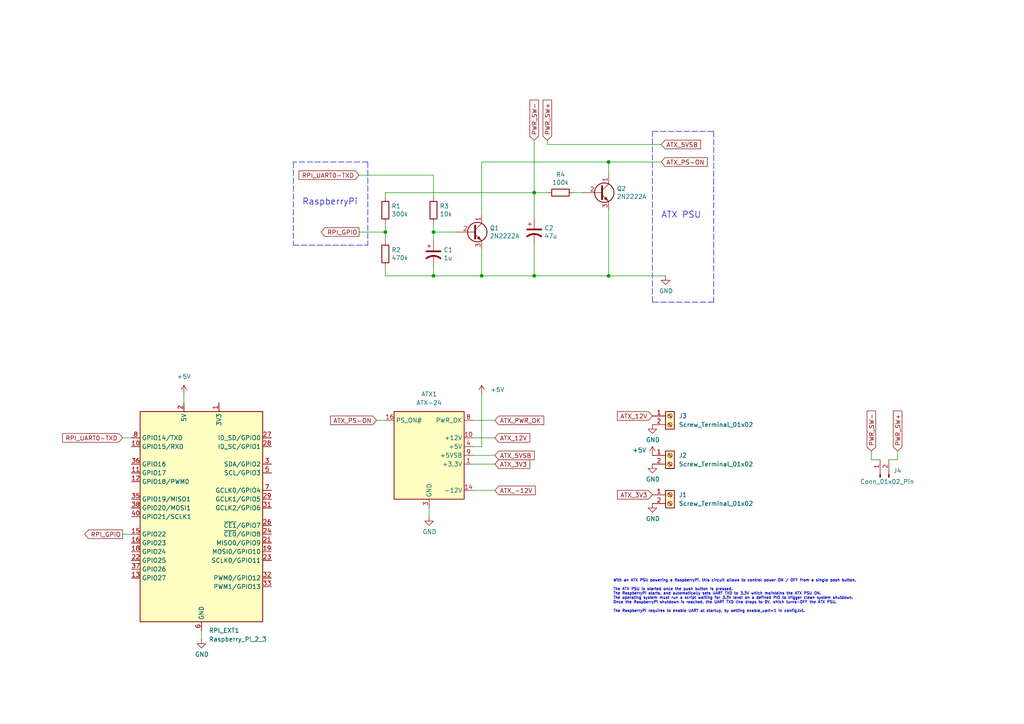
<source format=kicad_sch>
(kicad_sch (version 20250114) (generator "eeschema") (generator_version "9.0")
  (paper "A4")
  (title_block (title "RaspberryPi ATX PSU control module") (date "2025-11-06") (rev "1.1") (company "Mathieu ABATI (mathieu-abati.com) & Patrick ABATI (sitelec.org)"))
  (lib_symbols
    (symbol "Connector:ATX-24"
      (property "Reference" "J" (at -8.89 13.97 0))
      (property "Value" "ATX-24" (at 6.35 13.97 0))
      (symbol "ATX-24_0_1"
        (rectangle (start -10.16 12.7) (end 10.16 -12.7) (stroke (width 0.254)) (fill (type background)))
      )
      (symbol "ATX-24_1_1"
        (pin open_collector line (at -12.7 10.16 0) (length 2.54) (name "PS_ON#") (number "16"))
        (pin no_connect line (at -10.16 0 0) (length 2.54) (hide yes) (name "NC") (number "20"))
        (pin passive line (at 0 -15.24 90) (length 2.54) (hide yes) (name "GND") (number "15"))
        (pin passive line (at 0 -15.24 90) (length 2.54) (hide yes) (name "GND") (number "17"))
        (pin passive line (at 0 -15.24 90) (length 2.54) (hide yes) (name "GND") (number "18"))
        (pin passive line (at 0 -15.24 90) (length 2.54) (hide yes) (name "GND") (number "19"))
        (pin passive line (at 0 -15.24 90) (length 2.54) (hide yes) (name "GND") (number "24"))
        (pin power_out line (at 0 -15.24 90) (length 2.54) (name "GND") (number "3"))
        (pin passive line (at 0 -15.24 90) (length 2.54) (hide yes) (name "GND") (number "5"))
        (pin passive line (at 0 -15.24 90) (length 2.54) (hide yes) (name "GND") (number "7"))
        (pin output line (at 12.7 10.16 180) (length 2.54) (name "PWR_OK") (number "8"))
        (pin power_out line (at 12.7 5.08 180) (length 2.54) (name "+12V") (number "10"))
        (pin passive line (at 12.7 5.08 180) (length 2.54) (hide yes) (name "+12V") (number "11"))
        (pin passive line (at 12.7 2.54 180) (length 2.54) (hide yes) (name "+5V") (number "21"))
        (pin passive line (at 12.7 2.54 180) (length 2.54) (hide yes) (name "+5V") (number "22"))
        (pin passive line (at 12.7 2.54 180) (length 2.54) (hide yes) (name "+5V") (number "23"))
        (pin power_out line (at 12.7 2.54 180) (length 2.54) (name "+5V") (number "4"))
        (pin passive line (at 12.7 2.54 180) (length 2.54) (hide yes) (name "+5V") (number "6"))
        (pin power_out line (at 12.7 0 180) (length 2.54) (name "+5VSB") (number "9"))
        (pin power_out line (at 12.7 -2.54 180) (length 2.54) (name "+3.3V") (number "1"))
        (pin passive line (at 12.7 -2.54 180) (length 2.54) (hide yes) (name "+3.3V") (number "12"))
        (pin passive line (at 12.7 -2.54 180) (length 2.54) (hide yes) (name "+3.3V") (number "13"))
        (pin passive line (at 12.7 -2.54 180) (length 2.54) (hide yes) (name "+3.3V") (number "2"))
        (pin power_out line (at 12.7 -10.16 180) (length 2.54) (name "-12V") (number "14"))
      )
    )
    (symbol "Connector:Conn_01x02_Pin" (pin_names (offset 1.016) (hide yes))
      (property "Reference" "J" (at 0 2.54 0))
      (property "Value" "Conn_01x02_Pin" (at 0 -5.08 0))
      (symbol "Conn_01x02_Pin_1_1"
        (rectangle (start 0.8636 0.127) (end 0 -0.127) (stroke (width 0.1524)) (fill (type outline)))
        (rectangle (start 0.8636 -2.413) (end 0 -2.667) (stroke (width 0.1524)) (fill (type outline)))
        (polyline (pts (xy 1.27 0) (xy 0.8636 0)) (stroke (width 0.1524)))
        (polyline (pts (xy 1.27 -2.54) (xy 0.8636 -2.54)) (stroke (width 0.1524)))
        (pin passive line (at 5.08 0 180) (length 3.81) (name "Pin_1") (number "1"))
        (pin passive line (at 5.08 -2.54 180) (length 3.81) (name "Pin_2") (number "2"))
      )
    )
    (symbol "Connector:Raspberry_Pi_2_3"
      (property "Reference" "J" (at -17.78 31.75 0))
      (property "Value" "Raspberry_Pi_2_3" (at 10.16 -31.75 0))
      (symbol "Raspberry_Pi_2_3_0_1"
        (rectangle (start -17.78 30.48) (end 17.78 -30.48) (stroke (width 0.254)) (fill (type background)))
      )
      (symbol "Raspberry_Pi_2_3_1_1"
        (pin bidirectional line (at -20.32 22.86 0) (length 2.54) (name "GPIO14/TXD") (number "8"))
        (pin bidirectional line (at -20.32 20.32 0) (length 2.54) (name "GPIO15/RXD") (number "10"))
        (pin bidirectional line (at -20.32 15.24 0) (length 2.54) (name "GPIO16") (number "36"))
        (pin bidirectional line (at -20.32 12.7 0) (length 2.54) (name "GPIO17") (number "11"))
        (pin bidirectional line (at -20.32 10.16 0) (length 2.54) (name "GPIO18/PWM0") (number "12"))
        (pin bidirectional line (at -20.32 5.08 0) (length 2.54) (name "GPIO19/MISO1") (number "35"))
        (pin bidirectional line (at -20.32 2.54 0) (length 2.54) (name "GPIO20/MOSI1") (number "38"))
        (pin bidirectional line (at -20.32 0 0) (length 2.54) (name "GPIO21/SCLK1") (number "40"))
        (pin bidirectional line (at -20.32 -5.08 0) (length 2.54) (name "GPIO22") (number "15"))
        (pin bidirectional line (at -20.32 -7.62 0) (length 2.54) (name "GPIO23") (number "16"))
        (pin bidirectional line (at -20.32 -10.16 0) (length 2.54) (name "GPIO24") (number "18"))
        (pin bidirectional line (at -20.32 -12.7 0) (length 2.54) (name "GPIO25") (number "22"))
        (pin bidirectional line (at -20.32 -15.24 0) (length 2.54) (name "GPIO26") (number "37"))
        (pin bidirectional line (at -20.32 -17.78 0) (length 2.54) (name "GPIO27") (number "13"))
        (pin power_in line (at -5.08 33.02 270) (length 2.54) (name "5V") (number "2"))
        (pin passive line (at -5.08 33.02 270) (length 2.54) (hide yes) (name "5V") (number "4"))
        (pin passive line (at 0 -33.02 90) (length 2.54) (hide yes) (name "GND") (number "14"))
        (pin passive line (at 0 -33.02 90) (length 2.54) (hide yes) (name "GND") (number "20"))
        (pin passive line (at 0 -33.02 90) (length 2.54) (hide yes) (name "GND") (number "25"))
        (pin passive line (at 0 -33.02 90) (length 2.54) (hide yes) (name "GND") (number "30"))
        (pin passive line (at 0 -33.02 90) (length 2.54) (hide yes) (name "GND") (number "34"))
        (pin passive line (at 0 -33.02 90) (length 2.54) (hide yes) (name "GND") (number "39"))
        (pin power_in line (at 0 -33.02 90) (length 2.54) (name "GND") (number "6"))
        (pin passive line (at 0 -33.02 90) (length 2.54) (hide yes) (name "GND") (number "9"))
        (pin power_in line (at 5.08 33.02 270) (length 2.54) (name "3V3") (number "1"))
        (pin passive line (at 5.08 33.02 270) (length 2.54) (hide yes) (name "3V3") (number "17"))
        (pin bidirectional line (at 20.32 22.86 180) (length 2.54) (name "ID_SD/GPIO0") (number "27"))
        (pin bidirectional line (at 20.32 20.32 180) (length 2.54) (name "ID_SC/GPIO1") (number "28"))
        (pin bidirectional line (at 20.32 15.24 180) (length 2.54) (name "SDA/GPIO2") (number "3"))
        (pin bidirectional line (at 20.32 12.7 180) (length 2.54) (name "SCL/GPIO3") (number "5"))
        (pin bidirectional line (at 20.32 7.62 180) (length 2.54) (name "GCLK0/GPIO4") (number "7"))
        (pin bidirectional line (at 20.32 5.08 180) (length 2.54) (name "GCLK1/GPIO5") (number "29"))
        (pin bidirectional line (at 20.32 2.54 180) (length 2.54) (name "GCLK2/GPIO6") (number "31"))
        (pin bidirectional line (at 20.32 -2.54 180) (length 2.54) (name "~{CE1}/GPIO7") (number "26"))
        (pin bidirectional line (at 20.32 -5.08 180) (length 2.54) (name "~{CE0}/GPIO8") (number "24"))
        (pin bidirectional line (at 20.32 -7.62 180) (length 2.54) (name "MISO0/GPIO9") (number "21"))
        (pin bidirectional line (at 20.32 -10.16 180) (length 2.54) (name "MOSI0/GPIO10") (number "19"))
        (pin bidirectional line (at 20.32 -12.7 180) (length 2.54) (name "SCLK0/GPIO11") (number "23"))
        (pin bidirectional line (at 20.32 -17.78 180) (length 2.54) (name "PWM0/GPIO12") (number "32"))
        (pin bidirectional line (at 20.32 -20.32 180) (length 2.54) (name "PWM1/GPIO13") (number "33"))
      )
    )
    (symbol "Connector:Screw_Terminal_01x02" (pin_names (offset 1.016) (hide yes))
      (property "Reference" "J" (at 0 2.54 0))
      (property "Value" "Screw_Terminal_01x02" (at 0 -5.08 0))
      (symbol "Screw_Terminal_01x02_1_1"
        (rectangle (start -1.27 1.27) (end 1.27 -3.81) (stroke (width 0.254)) (fill (type background)))
        (polyline (pts (xy -0.5334 0.3302) (xy 0.3302 -0.508)) (stroke (width 0.1524)))
        (polyline (pts (xy -0.5334 -2.2098) (xy 0.3302 -3.048)) (stroke (width 0.1524)))
        (polyline (pts (xy -0.3556 0.508) (xy 0.508 -0.3302)) (stroke (width 0.1524)))
        (polyline (pts (xy -0.3556 -2.032) (xy 0.508 -2.8702)) (stroke (width 0.1524)))
        (circle (center 0 0) (radius 0.635) (stroke (width 0.1524)))
        (circle (center 0 -2.54) (radius 0.635) (stroke (width 0.1524)))
        (pin passive line (at -5.08 0 0) (length 3.81) (name "Pin_1") (number "1"))
        (pin passive line (at -5.08 -2.54 0) (length 3.81) (name "Pin_2") (number "2"))
      )
    )
    (symbol "Device:CP1" (pin_numbers (hide yes)) (pin_names (offset 0.254) (hide yes))
      (property "Reference" "C" (at 0.635 2.54 0))
      (property "Value" "Device_CP1" (at 0.635 -2.54 0))
      (symbol "CP1_0_1"
        (polyline (pts (xy -2.032 0.762) (xy 2.032 0.762)) (stroke (width 0.508)))
        (polyline (pts (xy -1.778 2.286) (xy -0.762 2.286)))
        (polyline (pts (xy -1.27 1.778) (xy -1.27 2.794)))
        (arc (start -2.032 -1.27) (mid 0 -0.5572) (end 2.032 -1.27) (stroke (width 0.508)))
      )
      (symbol "CP1_1_1"
        (pin passive line (at 0 3.81 270) (length 2.794) (name "~") (number "1"))
        (pin passive line (at 0 -3.81 90) (length 3.302) (name "~") (number "2"))
      )
    )
    (symbol "Device:Q_NPN_CBE" (pin_names (offset 0) (hide yes))
      (property "Reference" "Q" (at 5.08 1.27 0))
      (property "Value" "Device_Q_NPN_CBE" (at 5.08 -1.27 0))
      (symbol "Q_NPN_CBE_0_1"
        (polyline (pts (xy 0.635 1.905) (xy 0.635 -1.905) (xy 0.635 -1.905)) (stroke (width 0.508)))
        (polyline (pts (xy 0.635 0.635) (xy 2.54 2.54)))
        (polyline (pts (xy 0.635 -0.635) (xy 2.54 -2.54) (xy 2.54 -2.54)))
        (circle (center 1.27 0) (radius 2.8194) (stroke (width 0.254)))
        (polyline (pts (xy 1.27 -1.778) (xy 1.778 -1.27) (xy 2.286 -2.286) (xy 1.27 -1.778) (xy 1.27 -1.778)) (fill (type outline)))
      )
      (symbol "Q_NPN_CBE_1_1"
        (pin input line (at -5.08 0 0) (length 5.715) (name "B") (number "2"))
        (pin passive line (at 2.54 5.08 270) (length 2.54) (name "C") (number "1"))
        (pin passive line (at 2.54 -5.08 90) (length 2.54) (name "E") (number "3"))
      )
    )
    (symbol "Device:R" (pin_numbers (hide yes)) (pin_names (offset 0))
      (property "Reference" "R" (at 2.032 0 90))
      (property "Value" "R" (at 0 0 90))
      (symbol "R_0_1"
        (rectangle (start -1.016 -2.54) (end 1.016 2.54) (stroke (width 0.254)))
      )
      (symbol "R_1_1"
        (pin passive line (at 0 3.81 270) (length 1.27) (name "~") (number "1"))
        (pin passive line (at 0 -3.81 90) (length 1.27) (name "~") (number "2"))
      )
    )
    (symbol "power:+5V" (power) (pin_numbers (hide yes)) (pin_names (offset 0) (hide yes))
      (property "Value" "+5V" (at 0 3.556 0))
      (symbol "+5V_0_1"
        (polyline (pts (xy -0.762 1.27) (xy 0 2.54)))
        (polyline (pts (xy 0 2.54) (xy 0.762 1.27)))
        (polyline (pts (xy 0 0) (xy 0 2.54)))
      )
      (symbol "+5V_1_1"
        (pin power_in line (at 0 0 90) (length 0) (name "~") (number "1"))
      )
    )
    (symbol "power:GND" (power) (pin_numbers (hide yes)) (pin_names (offset 0) (hide yes))
      (property "Value" "GND" (at 0 -3.81 0))
      (symbol "GND_0_1"
        (polyline (pts (xy 0 0) (xy 0 -1.27) (xy 1.27 -1.27) (xy 0 -2.54) (xy -1.27 -1.27) (xy 0 -1.27)))
      )
      (symbol "GND_1_1"
        (pin power_in line (at 0 0 270) (length 0) (name "~") (number "1"))
      )
    )
  )
  (text "ATX PSU" (at 191.77 63.5 0) (effects (font (size 1.8034 1.8034)) (justify left bottom)))
  (text "With an ATX PSU powering a RaspberryPi, this circuit allows to control power ON / OFF from a single posh button.\n\nThe ATX PSU is started once the push button is pressed.\nThe RaspberryPi starts, and automatically sets UART TXD to 3.3V which maintains the ATX PSU ON.\nThe operating system must run a script waiting for 3.3V level on a defined PIO to trigger clean system shutdown.\nOnce the RaspberryPi shutdown is reached, the UART TXD line drops to 0V, which turns-OFF the ATX PSU.\n\nThe RaspberryPi requires to enable UART at startup, by setting enable_uart=1 in config.txt." (at 177.8 177.8 0) (effects (font (size 0.7874 0.7874)) (justify left bottom)))
  (text "RaspberryPi" (at 87.63 59.69 0) (effects (font (size 1.8034 1.8034)) (justify left bottom)))
  (junction (at 176.53 80.01))
  (junction (at 176.53 46.99))
  (junction (at 125.73 67.31))
  (junction (at 154.94 55.88))
  (junction (at 139.7 80.01))
  (junction (at 154.94 80.01))
  (junction (at 125.73 80.01))
  (junction (at 111.76 67.31))
  (wire (pts (xy 176.53 46.99) (xy 191.77 46.99)))
  (wire (pts (xy 158.75 55.88) (xy 154.94 55.88)))
  (wire (pts (xy 58.42 185.42) (xy 58.42 182.88)))
  (wire (pts (xy 125.73 67.31) (xy 132.08 67.31)))
  (wire (pts (xy 139.7 129.54) (xy 139.7 114.3)))
  (wire (pts (xy 38.1 154.94) (xy 35.56 154.94)))
  (wire (pts (xy 111.76 55.88) (xy 154.94 55.88)))
  (wire (pts (xy 257.81 133.35) (xy 260.35 133.35)))
  (wire (pts (xy 125.73 77.47) (xy 125.73 80.01)))
  (wire (pts (xy 125.73 69.85) (xy 125.73 67.31)))
  (polyline (pts (xy 85.09 46.99) (xy 85.09 71.12)) (stroke (width 0) (type dash)))
  (wire (pts (xy 139.7 46.99) (xy 139.7 62.23)))
  (polyline (pts (xy 207.01 87.63) (xy 189.23 87.63)) (stroke (width 0) (type dash)))
  (polyline (pts (xy 106.68 46.99) (xy 85.09 46.99)) (stroke (width 0) (type dash)))
  (wire (pts (xy 111.76 77.47) (xy 111.76 80.01)))
  (wire (pts (xy 104.14 67.31) (xy 111.76 67.31)))
  (wire (pts (xy 53.34 114.3) (xy 53.34 116.84)))
  (wire (pts (xy 260.35 133.35) (xy 260.35 130.81)))
  (wire (pts (xy 111.76 67.31) (xy 111.76 69.85)))
  (wire (pts (xy 125.73 57.15) (xy 125.73 50.8)))
  (polyline (pts (xy 85.09 71.12) (xy 106.68 71.12)) (stroke (width 0) (type dash)))
  (polyline (pts (xy 106.68 46.99) (xy 106.68 71.12)) (stroke (width 0) (type dash)))
  (wire (pts (xy 154.94 55.88) (xy 154.94 40.64)))
  (wire (pts (xy 176.53 46.99) (xy 139.7 46.99)))
  (wire (pts (xy 139.7 80.01) (xy 154.94 80.01)))
  (wire (pts (xy 111.76 64.77) (xy 111.76 67.31)))
  (wire (pts (xy 111.76 80.01) (xy 125.73 80.01)))
  (wire (pts (xy 166.37 55.88) (xy 168.91 55.88)))
  (wire (pts (xy 125.73 67.31) (xy 125.73 64.77)))
  (polyline (pts (xy 189.23 38.1) (xy 207.01 38.1)) (stroke (width 0) (type dash)))
  (wire (pts (xy 176.53 60.96) (xy 176.53 80.01)))
  (wire (pts (xy 125.73 80.01) (xy 139.7 80.01)))
  (wire (pts (xy 124.46 149.86) (xy 124.46 147.32)))
  (wire (pts (xy 154.94 55.88) (xy 154.94 63.5)))
  (wire (pts (xy 137.16 127) (xy 143.51 127)))
  (wire (pts (xy 252.73 133.35) (xy 252.73 130.81)))
  (wire (pts (xy 111.76 55.88) (xy 111.76 57.15)))
  (wire (pts (xy 137.16 142.24) (xy 143.51 142.24)))
  (wire (pts (xy 104.14 50.8) (xy 125.73 50.8)))
  (wire (pts (xy 154.94 71.12) (xy 154.94 80.01)))
  (wire (pts (xy 35.56 127) (xy 38.1 127)))
  (wire (pts (xy 139.7 72.39) (xy 139.7 80.01)))
  (wire (pts (xy 255.27 133.35) (xy 252.73 133.35)))
  (wire (pts (xy 176.53 46.99) (xy 176.53 50.8)))
  (wire (pts (xy 158.75 40.64) (xy 158.75 41.91)))
  (wire (pts (xy 137.16 129.54) (xy 139.7 129.54)))
  (polyline (pts (xy 207.01 38.1) (xy 207.01 87.63)) (stroke (width 0) (type dash)))
  (wire (pts (xy 137.16 134.62) (xy 143.51 134.62)))
  (wire (pts (xy 137.16 121.92) (xy 143.51 121.92)))
  (polyline (pts (xy 189.23 87.63) (xy 189.23 38.1)) (stroke (width 0) (type dash)))
  (wire (pts (xy 109.22 121.92) (xy 111.76 121.92)))
  (wire (pts (xy 158.75 41.91) (xy 191.77 41.91)))
  (wire (pts (xy 154.94 80.01) (xy 176.53 80.01)))
  (wire (pts (xy 143.51 132.08) (xy 137.16 132.08)))
  (wire (pts (xy 176.53 80.01) (xy 193.04 80.01)))
  (global_label "ATX_5VSB" (shape input) (at 143.51 132.08 0) (property "Intersheetrefs" "${INTERSHEET_REFS}" (effects (hide yes))))
  (global_label "ATX_5VSB" (shape input) (at 191.77 41.91 0) (property "Intersheetrefs" "${INTERSHEET_REFS}" (effects (hide yes))))
  (global_label "RPI_GPIO" (shape output) (at 104.14 67.31 180) (property "Intersheetrefs" "${INTERSHEET_REFS}" (effects (hide yes))))
  (global_label "ATX_12V" (shape input) (at 189.23 120.65 180) (property "Intersheetrefs" "${INTERSHEET_REFS}" (effects (hide yes))))
  (global_label "PWR_SW-" (shape input) (at 252.73 130.81 90) (property "Intersheetrefs" "${INTERSHEET_REFS}" (effects (hide yes))))
  (global_label "ATX_PWR_OK" (shape input) (at 143.51 121.92 0) (property "Intersheetrefs" "${INTERSHEET_REFS}" (effects (hide yes))))
  (global_label "ATX_3V3" (shape input) (at 143.51 134.62 0) (property "Intersheetrefs" "${INTERSHEET_REFS}" (effects (hide yes))))
  (global_label "ATX_PS-ON" (shape input) (at 109.22 121.92 180) (property "Intersheetrefs" "${INTERSHEET_REFS}" (effects (hide yes))))
  (global_label "ATX_PS-ON" (shape input) (at 191.77 46.99 0) (property "Intersheetrefs" "${INTERSHEET_REFS}" (effects (hide yes))))
  (global_label "RPI_UART0-TXD" (shape input) (at 35.56 127 180) (property "Intersheetrefs" "${INTERSHEET_REFS}" (effects (hide yes))))
  (global_label "PWR_SW+" (shape input) (at 260.35 130.81 90) (property "Intersheetrefs" "${INTERSHEET_REFS}" (effects (hide yes))))
  (global_label "ATX_12V" (shape input) (at 143.51 127 0) (property "Intersheetrefs" "${INTERSHEET_REFS}" (effects (hide yes))))
  (global_label "RPI_UART0-TXD" (shape input) (at 104.14 50.8 180) (property "Intersheetrefs" "${INTERSHEET_REFS}" (effects (hide yes))))
  (global_label "PWR_SW-" (shape input) (at 154.94 40.64 90) (property "Intersheetrefs" "${INTERSHEET_REFS}" (effects (hide yes))))
  (global_label "ATX_3V3" (shape input) (at 189.23 143.51 180) (property "Intersheetrefs" "${INTERSHEET_REFS}" (effects (hide yes))))
  (global_label "PWR_SW+" (shape input) (at 158.75 40.64 90) (property "Intersheetrefs" "${INTERSHEET_REFS}" (effects (hide yes))))
  (global_label "RPI_GPIO" (shape output) (at 35.56 154.94 180) (property "Intersheetrefs" "${INTERSHEET_REFS}" (effects (hide yes))))
  (global_label "ATX_-12V" (shape input) (at 143.51 142.24 0) (property "Intersheetrefs" "${INTERSHEET_REFS}" (effects (hide yes))))
  (symbol (lib_id "Device:R") (at 111.76 60.96 0) (unit 1)
    (property "Reference" "R1" (at 113.538 59.7916 0) (effects (justify left)))
    (property "Value" "300k" (at 113.538 62.103 0) (effects (justify left)))
    (property "Footprint" "Resistor_THT:R_Axial_DIN0207_L6.3mm_D2.5mm_P10.16mm_Horizontal" (effects (hide yes)))
  )
  (symbol (lib_id "Device:R") (at 111.76 73.66 0) (unit 1)
    (property "Reference" "R2" (at 113.538 72.4916 0) (effects (justify left)))
    (property "Value" "470k" (at 113.538 74.803 0) (effects (justify left)))
    (property "Footprint" "Resistor_THT:R_Axial_DIN0207_L6.3mm_D2.5mm_P10.16mm_Horizontal" (effects (hide yes)))
  )
  (symbol (lib_id "Device:R") (at 162.56 55.88 270) (unit 1)
    (property "Reference" "R4" (at 162.56 50.6222 90))
    (property "Value" "100k" (at 162.56 52.9336 90))
    (property "Footprint" "Resistor_THT:R_Axial_DIN0207_L6.3mm_D2.5mm_P10.16mm_Horizontal" (effects (hide yes)))
  )
  (symbol (lib_id "Device:CP1") (at 125.73 73.66 0) (unit 1)
    (property "Reference" "C1" (at 128.651 72.4916 0) (effects (justify left)))
    (property "Value" "1u" (at 128.651 74.803 0) (effects (justify left)))
    (property "Footprint" "Capacitor_THT:CP_Radial_D6.3mm_P2.50mm" (effects (hide yes)))
  )
  (symbol (lib_id "Device:CP1") (at 154.94 67.31 0) (unit 1)
    (property "Reference" "C2" (at 157.861 66.1416 0) (effects (justify left)))
    (property "Value" "47u" (at 157.861 68.453 0) (effects (justify left)))
    (property "Footprint" "Capacitor_THT:CP_Radial_D6.3mm_P2.50mm" (effects (hide yes)))
  )
  (symbol (lib_id "Device:R") (at 125.73 60.96 0) (unit 1)
    (property "Reference" "R3" (at 127.508 59.7916 0) (effects (justify left)))
    (property "Value" "10k" (at 127.508 62.103 0) (effects (justify left)))
    (property "Footprint" "Resistor_THT:R_Axial_DIN0207_L6.3mm_D2.5mm_P10.16mm_Horizontal" (effects (hide yes)))
  )
  (symbol (lib_id "power:GND") (at 193.04 80.01 0) (unit 1)
    (property "Reference" "#PWR03" (effects (hide yes)))
    (property "Value" "GND" (at 193.167 84.4042 0))
  )
  (symbol (lib_id "Device:Q_NPN_CBE") (at 137.16 67.31 0) (unit 1)
    (property "Reference" "Q1" (at 142.0114 66.1416 0) (effects (justify left)))
    (property "Value" "2N2222A" (at 142.0114 68.453 0) (effects (justify left)))
    (property "Footprint" "Package_TO_SOT_THT:TO-18-3" (effects (hide yes)))
    (property "Sim.Library" "models/2N2222A.lib" (effects (hide yes)))
    (property "Sim.Name" "Q2n2222a" (effects (hide yes)))
    (property "Sim.Pins" "1=C 2=B 3=E" (effects (hide yes)))
  )
  (symbol (lib_id "Device:Q_NPN_CBE") (at 173.99 55.88 0) (unit 1)
    (property "Reference" "Q2" (at 178.8414 54.7116 0) (effects (justify left)))
    (property "Value" "2N2222A" (at 178.8414 57.023 0) (effects (justify left)))
    (property "Footprint" "Package_TO_SOT_THT:TO-18-3" (effects (hide yes)))
    (property "Sim.Library" "models/2N2222A.lib" (effects (hide yes)))
    (property "Sim.Name" "Q2n2222a" (effects (hide yes)))
    (property "Sim.Pins" "1=C 2=B 3=E" (effects (hide yes)))
  )
  (symbol (lib_id "Connector:Screw_Terminal_01x02") (at 194.31 143.51 0) (unit 1)
    (property "Reference" "J1" (at 196.85 143.5099 0) (effects (justify left)))
    (property "Value" "Screw_Terminal_01x02" (at 196.85 146.0499 0) (effects (justify left)))
    (property "Footprint" "TerminalBlock_Phoenix:TerminalBlock_Phoenix_MKDS-1,5-2_1x02_P5.00mm_Horizontal" (effects (hide yes)))
    (property "Description" "Generic screw terminal, single row, 01x02, script generated (kicad-library-utils/schlib/autogen/connector/)" (effects (hide yes)))
  )
  (symbol (lib_id "power:GND") (at 189.23 134.62 0) (unit 1)
    (property "Reference" "#PWR08" (effects (hide yes)))
    (property "Value" "GND" (at 189.357 139.0142 0))
  )
  (symbol (lib_id "power:+5V") (at 53.34 114.3 0) (unit 1)
    (property "Reference" "#PWR04" (effects (hide yes)))
    (property "Value" "+5V" (at 53.34 109.22 0))
    (property "Description" "Power symbol creates a global label with name \"+5V\"" (effects (hide yes)))
  )
  (symbol (lib_id "power:GND") (at 124.46 149.86 0) (unit 1)
    (property "Reference" "#PWR01" (effects (hide yes)))
    (property "Value" "GND" (at 124.587 154.2542 0))
  )
  (symbol (lib_id "power:GND") (at 189.23 146.05 0) (unit 1)
    (property "Reference" "#PWR09" (effects (hide yes)))
    (property "Value" "GND" (at 189.357 150.4442 0))
  )
  (symbol (lib_id "Connector:Screw_Terminal_01x02") (at 194.31 120.65 0) (unit 1)
    (property "Reference" "J3" (at 196.85 120.6499 0) (effects (justify left)))
    (property "Value" "Screw_Terminal_01x02" (at 196.85 123.1899 0) (effects (justify left)))
    (property "Footprint" "TerminalBlock_Phoenix:TerminalBlock_Phoenix_MKDS-1,5-2_1x02_P5.00mm_Horizontal" (effects (hide yes)))
    (property "Description" "Generic screw terminal, single row, 01x02, script generated (kicad-library-utils/schlib/autogen/connector/)" (effects (hide yes)))
  )
  (symbol (lib_id "power:GND") (at 189.23 123.19 0) (unit 1)
    (property "Reference" "#PWR06" (effects (hide yes)))
    (property "Value" "GND" (at 189.357 127.5842 0))
  )
  (symbol (lib_id "Connector:Conn_01x02_Pin") (at 255.27 138.43 90) (unit 1)
    (property "Reference" "J4" (at 259.08 136.5249 90) (effects (justify right)))
    (property "Value" "Conn_01x02_Pin" (at 249.428 139.7 90) (effects (justify right)))
    (property "Footprint" "Connector_PinHeader_2.54mm:PinHeader_1x02_P2.54mm_Vertical" (effects (hide yes)))
    (property "Description" "Generic connector, single row, 01x02, script generated" (effects (hide yes)))
  )
  (symbol (lib_id "Connector:Raspberry_Pi_2_3") (at 58.42 149.86 0) (unit 1)
    (property "Reference" "RPI_EXT1" (at 60.5633 182.88 0) (effects (justify left)))
    (property "Value" "Raspberry_Pi_2_3" (at 60.5633 185.42 0) (effects (justify left)))
    (property "Footprint" "Connector_PinSocket_2.54mm:PinSocket_2x20_P2.54mm_Vertical" (effects (hide yes)))
    (property "Datasheet" "https://www.raspberrypi.org/documentation/hardware/raspberrypi/schematics/rpi_SCH_3bplus_1p0_reduced.pdf" (effects (hide yes)))
    (property "Description" "expansion header for Raspberry Pi 2 & 3" (effects (hide yes)))
  )
  (symbol (lib_id "Connector:ATX-24") (at 124.46 132.08 0) (unit 1)
    (property "Reference" "ATX1" (at 124.46 114.3 0))
    (property "Value" "ATX-24" (at 124.46 116.84 0))
    (property "Footprint" "Connector_Molex:Molex_Mini-Fit_Jr_5569-24A2_2x12_P4.20mm_Horizontal" (effects (hide yes)))
    (property "Datasheet" "https://www.intel.com/content/dam/www/public/us/en/documents/guides/power-supply-design-guide-june.pdf#page=33" (effects (hide yes)))
    (property "Description" "ATX Power supply 24pins" (effects (hide yes)))
  )
  (symbol (lib_id "power:GND") (at 58.42 185.42 0) (unit 1)
    (property "Reference" "#PWR02" (effects (hide yes)))
    (property "Value" "GND" (at 58.547 189.8142 0))
  )
  (symbol (lib_id "power:+5V") (at 139.7 114.3 0) (unit 1)
    (property "Reference" "#PWR05" (effects (hide yes)))
    (property "Value" "+5V" (at 142.24 113.0299 0) (effects (justify left)))
    (property "Description" "Power symbol creates a global label with name \"+5V\"" (effects (hide yes)))
  )
  (symbol (lib_id "Connector:Screw_Terminal_01x02") (at 194.31 132.08 0) (unit 1)
    (property "Reference" "J2" (at 196.85 132.0799 0) (effects (justify left)))
    (property "Value" "Screw_Terminal_01x02" (at 196.85 134.6199 0) (effects (justify left)))
    (property "Footprint" "TerminalBlock_Phoenix:TerminalBlock_Phoenix_MKDS-1,5-2_1x02_P5.00mm_Horizontal" (effects (hide yes)))
    (property "Description" "Generic screw terminal, single row, 01x02, script generated (kicad-library-utils/schlib/autogen/connector/)" (effects (hide yes)))
  )
  (symbol (lib_id "power:+5V") (at 189.23 132.08 0) (unit 1)
    (property "Reference" "#PWR07" (effects (hide yes)))
    (property "Value" "+5V" (at 183.388 130.556 0) (effects (justify left)))
    (property "Description" "Power symbol creates a global label with name \"+5V\"" (effects (hide yes)))
  )
)
</source>
